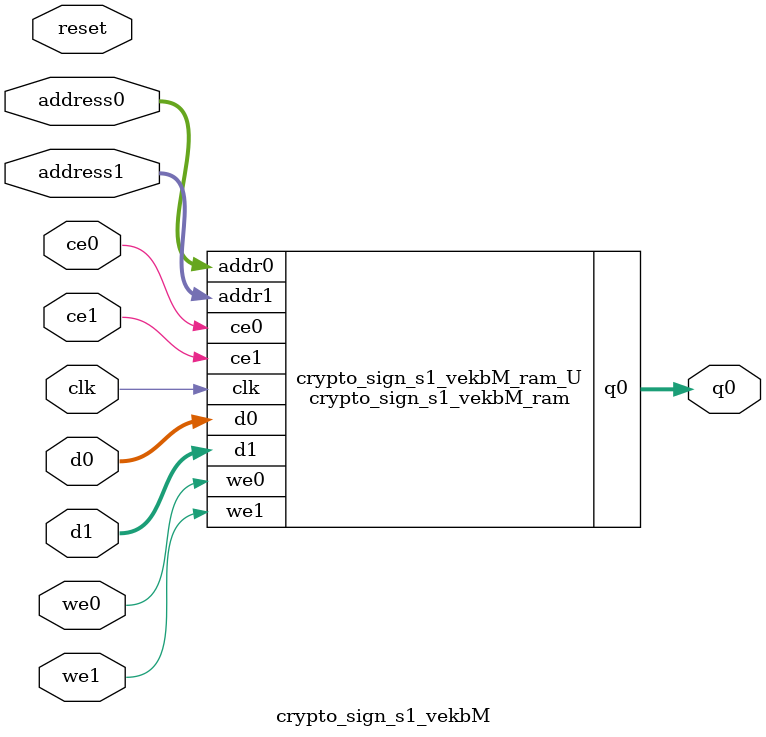
<source format=v>

`timescale 1 ns / 1 ps
module crypto_sign_s1_vekbM_ram (addr0, ce0, d0, we0, q0, addr1, ce1, d1, we1,  clk);

parameter DWIDTH = 32;
parameter AWIDTH = 10;
parameter MEM_SIZE = 1024;

input[AWIDTH-1:0] addr0;
input ce0;
input[DWIDTH-1:0] d0;
input we0;
output reg[DWIDTH-1:0] q0;
input[AWIDTH-1:0] addr1;
input ce1;
input[DWIDTH-1:0] d1;
input we1;
input clk;

(* ram_style = "block" *)reg [DWIDTH-1:0] ram[0:MEM_SIZE-1];




always @(posedge clk)  
begin 
    if (ce0) 
    begin
        if (we0) 
        begin 
            ram[addr0] <= d0; 
            q0 <= d0;
        end 
        else 
            q0 <= ram[addr0];
    end
end


always @(posedge clk)  
begin 
    if (ce1) 
    begin
        if (we1) 
        begin 
            ram[addr1] <= d1; 
        end 
    end
end


endmodule


`timescale 1 ns / 1 ps
module crypto_sign_s1_vekbM(
    reset,
    clk,
    address0,
    ce0,
    we0,
    d0,
    q0,
    address1,
    ce1,
    we1,
    d1);

parameter DataWidth = 32'd32;
parameter AddressRange = 32'd1024;
parameter AddressWidth = 32'd10;
input reset;
input clk;
input[AddressWidth - 1:0] address0;
input ce0;
input we0;
input[DataWidth - 1:0] d0;
output[DataWidth - 1:0] q0;
input[AddressWidth - 1:0] address1;
input ce1;
input we1;
input[DataWidth - 1:0] d1;



crypto_sign_s1_vekbM_ram crypto_sign_s1_vekbM_ram_U(
    .clk( clk ),
    .addr0( address0 ),
    .ce0( ce0 ),
    .we0( we0 ),
    .d0( d0 ),
    .q0( q0 ),
    .addr1( address1 ),
    .ce1( ce1 ),
    .we1( we1 ),
    .d1( d1 ));

endmodule


</source>
